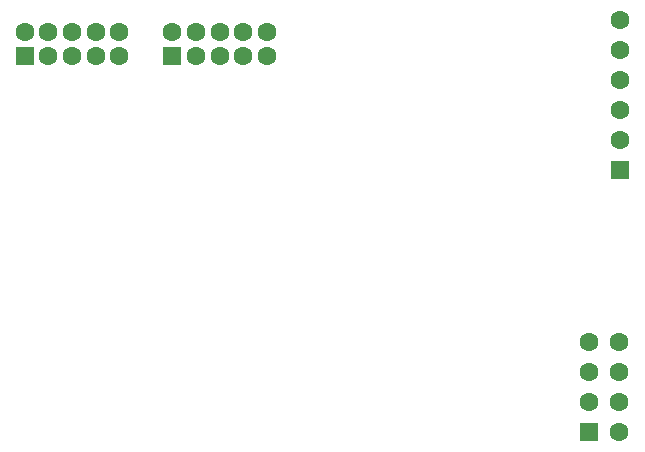
<source format=gbs>
G04*
G04 #@! TF.GenerationSoftware,Altium Limited,Altium Designer,24.2.2 (26)*
G04*
G04 Layer_Color=16711935*
%FSLAX44Y44*%
%MOMM*%
G71*
G04*
G04 #@! TF.SameCoordinates,00A82A7E-E9F6-4F9A-BCAE-F82A0DBAF845*
G04*
G04*
G04 #@! TF.FilePolarity,Negative*
G04*
G01*
G75*
%ADD75C,1.6000*%
%ADD76R,1.6000X1.6000*%
%ADD77R,1.6000X1.6000*%
D75*
X1012300Y402300D02*
D03*
X1037700Y376900D02*
D03*
Y427700D02*
D03*
X1012300D02*
D03*
X1037700Y402300D02*
D03*
X1012300Y453100D02*
D03*
X1037700D02*
D03*
X740000Y715000D02*
D03*
Y695000D02*
D03*
X720000Y715000D02*
D03*
Y695000D02*
D03*
X700000Y715000D02*
D03*
Y695000D02*
D03*
X680000Y715000D02*
D03*
Y695000D02*
D03*
X660000Y715000D02*
D03*
X1039000Y649200D02*
D03*
Y623800D02*
D03*
Y725400D02*
D03*
Y700000D02*
D03*
Y674600D02*
D03*
X615000Y715000D02*
D03*
Y695000D02*
D03*
X595000Y715000D02*
D03*
Y695000D02*
D03*
X575000Y715000D02*
D03*
Y695000D02*
D03*
X555000Y715000D02*
D03*
Y695000D02*
D03*
X535000Y715000D02*
D03*
D76*
X1012300Y376900D02*
D03*
D77*
X660000Y695000D02*
D03*
X1039000Y598400D02*
D03*
X535000Y695000D02*
D03*
M02*

</source>
